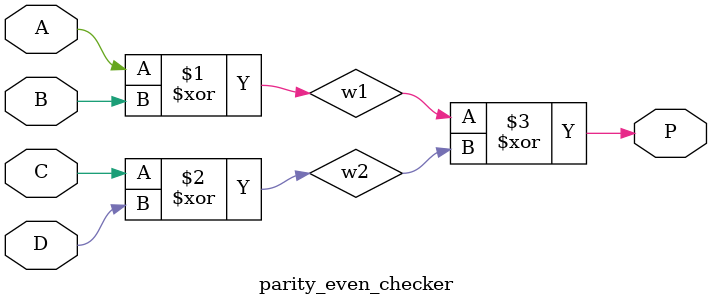
<source format=sv>
`timescale 1ns/1ps
module parity_even_checker(A,B,C,D,P);
input A,B,C,D;
output P;
wire w1,w2;
xor xo1(w1,A,B);
xor xo2(w2,C,D);
xor xo3(P,w1,w2);

endmodule

</source>
